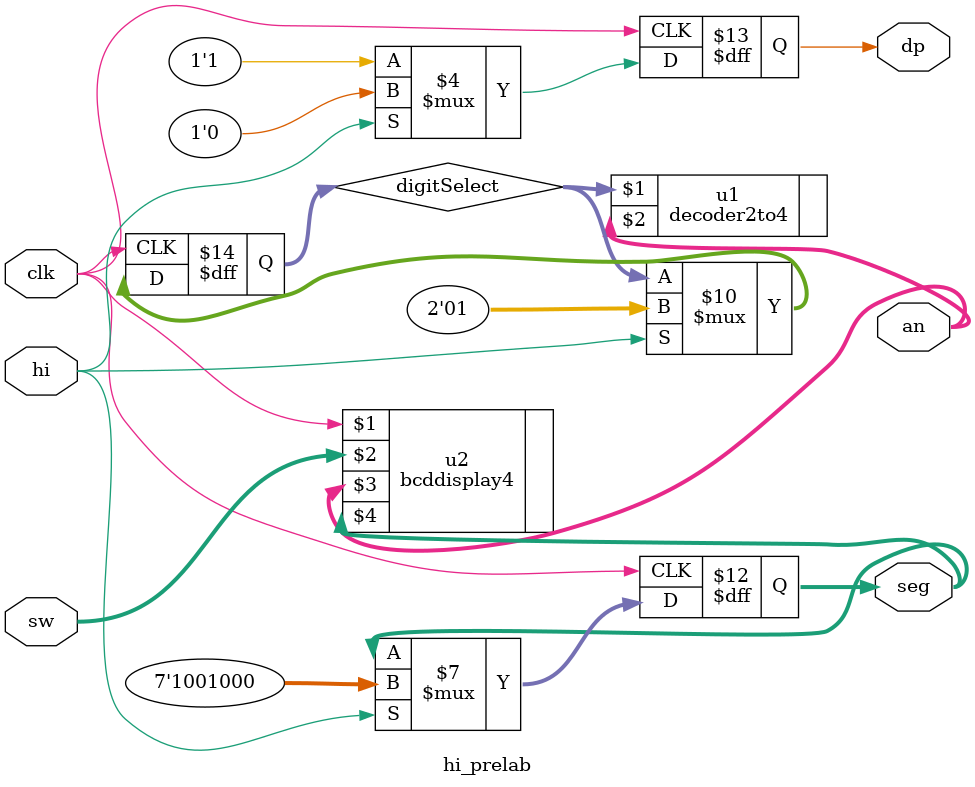
<source format=v>
`timescale 1ns / 1ps


module hi_prelab(
input clk,
input hi,
input [7:0] sw,
output reg [6:0] seg,
output [3:0] an,
output reg dp
);

reg [1:0] digitSelect;

bcddisplay4 u2(clk, sw, an, seg);


always @(posedge clk) begin
if(hi == 1) begin
    digitSelect = 2'b00;
    seg <= 7'b1111001;
    digitSelect = 2'b01;
    seg = 7'b1001000;
    dp <= 1'b0;
   end
else begin
   dp <= 1'b1;
end
end

decoder2to4 u1(digitSelect, an);

endmodule

</source>
